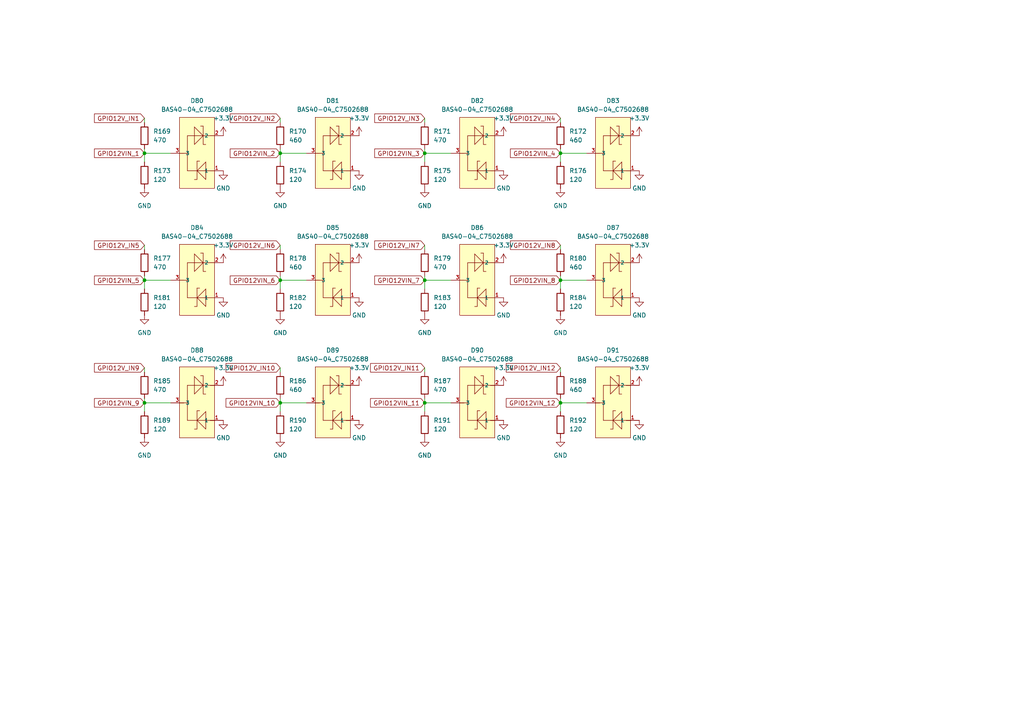
<source format=kicad_sch>
(kicad_sch (version 20250114) (generator "eeschema") (generator_version "9.0")
  (paper "A4")
  (lib_symbols
    (symbol "Device:R" (pin_numbers (hide yes)) (pin_names (offset 0))
      (property "Reference" "R" (at 2.032 0 90))
      (property "Value" "R" (at 0 0 90))
      (symbol "R_0_1"
        (rectangle (start -1.016 -2.54) (end 1.016 2.54) (stroke (width 0.254)))
      )
      (symbol "R_1_1"
        (pin passive line (at 0 3.81 270) (length 1.27) (name "~") (number "1"))
        (pin passive line (at 0 -3.81 90) (length 1.27) (name "~") (number "2"))
      )
    )
    (symbol "PCM_JLCPCB-Diode-Packages:Schottky, BAS40-04_C7502688"
      (property "Reference" "D" (at 0 1.27 0))
      (property "Value" "BAS40-04_C7502688" (at 0 -2.54 0))
      (symbol "Schottky, BAS40-04_C7502688_0_1"
        (rectangle (start -10.16 5.08) (end 10.414 -5.08) (fill (type background)))
        (polyline (pts (xy -7.62 0.762) (xy -7.62 0) (xy -5.08 0) (xy -2.286 0)))
        (polyline (pts (xy -5.08 2.794) (xy -5.08 -5.08)))
        (polyline (pts (xy -5.08 2.794) (xy 5.08 2.794)))
        (polyline (pts (xy -2.54 -2.54) (xy -5.08 0) (xy -7.62 -2.54) (xy -2.54 -2.54)) (fill (type background)))
        (polyline (pts (xy -2.286 0) (xy -2.286 -0.762)))
        (polyline (pts (xy 0 5.08) (xy 0 2.794)))
        (polyline (pts (xy 2.54 -2.54) (xy 2.54 -1.778) (xy 7.874 -1.778)))
        (polyline (pts (xy 5.08 2.794) (xy 5.08 -5.08)))
        (polyline (pts (xy 7.62 0.762) (xy 5.08 -1.778) (xy 2.54 0.762) (xy 7.62 0.762)) (fill (type background)))
        (polyline (pts (xy 7.874 -1.778) (xy 7.874 -1.016)))
        (pin input line (at -5.08 -7.62 90) (length 3.81) (name "1") (number "1"))
        (pin input line (at 0 7.62 270) (length 3.81) (name "3") (number "3"))
        (pin input line (at 5.08 -7.62 90) (length 3.81) (name "2") (number "2"))
      )
    )
    (symbol "power:+3.3V" (power) (pin_numbers (hide yes)) (pin_names (offset 0) (hide yes))
      (property "Value" "+3.3V" (at 0 3.556 0))
      (symbol "+3.3V_0_1"
        (polyline (pts (xy -0.762 1.27) (xy 0 2.54)))
        (polyline (pts (xy 0 2.54) (xy 0.762 1.27)))
        (polyline (pts (xy 0 0) (xy 0 2.54)))
      )
      (symbol "+3.3V_1_1"
        (pin power_in line (at 0 0 90) (length 0) (name "~") (number "1"))
      )
    )
    (symbol "power:GND" (power) (pin_numbers (hide yes)) (pin_names (offset 0) (hide yes))
      (property "Value" "GND" (at 0 -3.81 0))
      (symbol "GND_0_1"
        (polyline (pts (xy 0 0) (xy 0 -1.27) (xy 1.27 -1.27) (xy 0 -2.54) (xy -1.27 -1.27) (xy 0 -1.27)))
      )
      (symbol "GND_1_1"
        (pin power_in line (at 0 0 270) (length 0) (name "~") (number "1"))
      )
    )
  )
  (junction (at 41.91 116.84))
  (junction (at 41.91 81.28))
  (junction (at 162.56 116.84))
  (junction (at 123.19 81.28))
  (junction (at 41.91 44.45))
  (junction (at 81.28 116.84))
  (junction (at 81.28 81.28))
  (junction (at 81.28 44.45))
  (junction (at 162.56 81.28))
  (junction (at 162.56 44.45))
  (junction (at 123.19 44.45))
  (junction (at 123.19 116.84))
  (wire (pts (xy 162.56 43.18) (xy 162.56 44.45)))
  (wire (pts (xy 81.28 44.45) (xy 88.9 44.45)))
  (wire (pts (xy 81.28 81.28) (xy 88.9 81.28)))
  (wire (pts (xy 123.19 35.56) (xy 123.19 34.29)))
  (wire (pts (xy 81.28 44.45) (xy 81.28 46.99)))
  (wire (pts (xy 162.56 44.45) (xy 162.56 46.99)))
  (wire (pts (xy 162.56 115.57) (xy 162.56 116.84)))
  (wire (pts (xy 123.19 116.84) (xy 123.19 119.38)))
  (wire (pts (xy 41.91 44.45) (xy 49.53 44.45)))
  (wire (pts (xy 81.28 80.01) (xy 81.28 81.28)))
  (wire (pts (xy 41.91 116.84) (xy 41.91 119.38)))
  (wire (pts (xy 162.56 81.28) (xy 162.56 83.82)))
  (wire (pts (xy 41.91 44.45) (xy 41.91 46.99)))
  (wire (pts (xy 81.28 116.84) (xy 88.9 116.84)))
  (wire (pts (xy 81.28 72.39) (xy 81.28 71.12)))
  (wire (pts (xy 162.56 72.39) (xy 162.56 71.12)))
  (wire (pts (xy 41.91 81.28) (xy 41.91 83.82)))
  (wire (pts (xy 41.91 35.56) (xy 41.91 34.29)))
  (wire (pts (xy 81.28 81.28) (xy 81.28 83.82)))
  (wire (pts (xy 162.56 80.01) (xy 162.56 81.28)))
  (wire (pts (xy 81.28 35.56) (xy 81.28 34.29)))
  (wire (pts (xy 162.56 81.28) (xy 170.18 81.28)))
  (wire (pts (xy 81.28 43.18) (xy 81.28 44.45)))
  (wire (pts (xy 41.91 107.95) (xy 41.91 106.68)))
  (wire (pts (xy 162.56 107.95) (xy 162.56 106.68)))
  (wire (pts (xy 123.19 43.18) (xy 123.19 44.45)))
  (wire (pts (xy 41.91 43.18) (xy 41.91 44.45)))
  (wire (pts (xy 123.19 44.45) (xy 123.19 46.99)))
  (wire (pts (xy 123.19 107.95) (xy 123.19 106.68)))
  (wire (pts (xy 123.19 44.45) (xy 130.81 44.45)))
  (wire (pts (xy 81.28 107.95) (xy 81.28 106.68)))
  (wire (pts (xy 123.19 115.57) (xy 123.19 116.84)))
  (wire (pts (xy 81.28 116.84) (xy 81.28 119.38)))
  (wire (pts (xy 41.91 72.39) (xy 41.91 71.12)))
  (wire (pts (xy 162.56 35.56) (xy 162.56 34.29)))
  (wire (pts (xy 123.19 80.01) (xy 123.19 81.28)))
  (wire (pts (xy 123.19 72.39) (xy 123.19 71.12)))
  (wire (pts (xy 41.91 80.01) (xy 41.91 81.28)))
  (wire (pts (xy 123.19 116.84) (xy 130.81 116.84)))
  (wire (pts (xy 162.56 116.84) (xy 162.56 119.38)))
  (wire (pts (xy 41.91 81.28) (xy 49.53 81.28)))
  (wire (pts (xy 123.19 81.28) (xy 123.19 83.82)))
  (wire (pts (xy 41.91 115.57) (xy 41.91 116.84)))
  (wire (pts (xy 81.28 115.57) (xy 81.28 116.84)))
  (wire (pts (xy 41.91 116.84) (xy 49.53 116.84)))
  (wire (pts (xy 162.56 116.84) (xy 170.18 116.84)))
  (wire (pts (xy 123.19 81.28) (xy 130.81 81.28)))
  (wire (pts (xy 162.56 44.45) (xy 170.18 44.45)))
  (global_label "GPIO12VIN_4" (shape input) (at 162.56 44.45 180) (property "Intersheetrefs" "${INTERSHEET_REFS}" (effects (hide yes))))
  (global_label "GPIO12V_IN10" (shape input) (at 81.28 106.68 180) (property "Intersheetrefs" "${INTERSHEET_REFS}" (effects (hide yes))))
  (global_label "GPIO12V_IN1" (shape input) (at 41.91 34.29 180) (property "Intersheetrefs" "${INTERSHEET_REFS}" (effects (hide yes))))
  (global_label "GPIO12VIN_7" (shape input) (at 123.19 81.28 180) (property "Intersheetrefs" "${INTERSHEET_REFS}" (effects (hide yes))))
  (global_label "GPIO12V_IN7" (shape input) (at 123.19 71.12 180) (property "Intersheetrefs" "${INTERSHEET_REFS}" (effects (hide yes))))
  (global_label "GPIO12VIN_2" (shape input) (at 81.28 44.45 180) (property "Intersheetrefs" "${INTERSHEET_REFS}" (effects (hide yes))))
  (global_label "GPIO12V_IN11" (shape input) (at 123.19 106.68 180) (property "Intersheetrefs" "${INTERSHEET_REFS}" (effects (hide yes))))
  (global_label "GPIO12VIN_10" (shape input) (at 81.28 116.84 180) (property "Intersheetrefs" "${INTERSHEET_REFS}" (effects (hide yes))))
  (global_label "GPIO12V_IN4" (shape input) (at 162.56 34.29 180) (property "Intersheetrefs" "${INTERSHEET_REFS}" (effects (hide yes))))
  (global_label "GPIO12VIN_12" (shape input) (at 162.56 116.84 180) (property "Intersheetrefs" "${INTERSHEET_REFS}" (effects (hide yes))))
  (global_label "GPIO12V_IN2" (shape input) (at 81.28 34.29 180) (property "Intersheetrefs" "${INTERSHEET_REFS}" (effects (hide yes))))
  (global_label "GPIO12V_IN9" (shape input) (at 41.91 106.68 180) (property "Intersheetrefs" "${INTERSHEET_REFS}" (effects (hide yes))))
  (global_label "GPIO12VIN_8" (shape input) (at 162.56 81.28 180) (property "Intersheetrefs" "${INTERSHEET_REFS}" (effects (hide yes))))
  (global_label "GPIO12VIN_9" (shape input) (at 41.91 116.84 180) (property "Intersheetrefs" "${INTERSHEET_REFS}" (effects (hide yes))))
  (global_label "GPIO12V_IN3" (shape input) (at 123.19 34.29 180) (property "Intersheetrefs" "${INTERSHEET_REFS}" (effects (hide yes))))
  (global_label "GPIO12V_IN5" (shape input) (at 41.91 71.12 180) (property "Intersheetrefs" "${INTERSHEET_REFS}" (effects (hide yes))))
  (global_label "GPIO12V_IN6" (shape input) (at 81.28 71.12 180) (property "Intersheetrefs" "${INTERSHEET_REFS}" (effects (hide yes))))
  (global_label "GPIO12V_IN8" (shape input) (at 162.56 71.12 180) (property "Intersheetrefs" "${INTERSHEET_REFS}" (effects (hide yes))))
  (global_label "GPIO12VIN_11" (shape input) (at 123.19 116.84 180) (property "Intersheetrefs" "${INTERSHEET_REFS}" (effects (hide yes))))
  (global_label "GPIO12VIN_6" (shape input) (at 81.28 81.28 180) (property "Intersheetrefs" "${INTERSHEET_REFS}" (effects (hide yes))))
  (global_label "GPIO12VIN_5" (shape input) (at 41.91 81.28 180) (property "Intersheetrefs" "${INTERSHEET_REFS}" (effects (hide yes))))
  (global_label "GPIO12V_IN12" (shape input) (at 162.56 106.68 180) (property "Intersheetrefs" "${INTERSHEET_REFS}" (effects (hide yes))))
  (global_label "GPIO12VIN_1" (shape input) (at 41.91 44.45 180) (property "Intersheetrefs" "${INTERSHEET_REFS}" (effects (hide yes))))
  (global_label "GPIO12VIN_3" (shape input) (at 123.19 44.45 180) (property "Intersheetrefs" "${INTERSHEET_REFS}" (effects (hide yes))))
  (symbol (lib_id "Device:R") (at 81.28 39.37 180) (unit 1)
    (property "Reference" "R170" (at 83.82 38.0999 0) (effects (justify right)))
    (property "Value" "460" (at 83.82 40.6399 0) (effects (justify right)))
    (property "Footprint" "Resistor_SMD:R_0402_1005Metric" (effects (hide yes)))
    (property "Description" "Resistor" (effects (hide yes)))
  )
  (symbol (lib_id "Device:R") (at 81.28 76.2 180) (unit 1)
    (property "Reference" "R178" (at 83.82 74.9299 0) (effects (justify right)))
    (property "Value" "460" (at 83.82 77.4699 0) (effects (justify right)))
    (property "Footprint" "Resistor_SMD:R_0402_1005Metric" (effects (hide yes)))
    (property "Description" "Resistor" (effects (hide yes)))
  )
  (symbol (lib_id "power:+3.3V") (at 104.14 39.37 0) (unit 1)
    (property "Reference" "#PWR0409" (effects (hide yes)))
    (property "Value" "+3.3V" (at 104.14 34.29 0))
    (property "Description" "Power symbol creates a global label with name \"+3.3V\"" (effects (hide yes)))
  )
  (symbol (lib_id "power:GND") (at 123.19 127 0) (unit 1)
    (property "Reference" "#PWR0442" (effects (hide yes)))
    (property "Value" "GND" (at 123.19 132.08 0))
    (property "Description" "Power symbol creates a global label with name \"GND\" , ground" (effects (hide yes)))
  )
  (symbol (lib_id "power:GND") (at 162.56 127 0) (unit 1)
    (property "Reference" "#PWR0443" (effects (hide yes)))
    (property "Value" "GND" (at 162.56 132.08 0))
    (property "Description" "Power symbol creates a global label with name \"GND\" , ground" (effects (hide yes)))
  )
  (symbol (lib_id "power:+3.3V") (at 185.42 111.76 0) (unit 1)
    (property "Reference" "#PWR0435" (effects (hide yes)))
    (property "Value" "+3.3V" (at 185.42 106.68 0))
    (property "Description" "Power symbol creates a global label with name \"+3.3V\"" (effects (hide yes)))
  )
  (symbol (lib_id "power:+3.3V") (at 146.05 39.37 0) (unit 1)
    (property "Reference" "#PWR0410" (effects (hide yes)))
    (property "Value" "+3.3V" (at 146.05 34.29 0))
    (property "Description" "Power symbol creates a global label with name \"+3.3V\"" (effects (hide yes)))
  )
  (symbol (lib_id "power:GND") (at 123.19 91.44 0) (unit 1)
    (property "Reference" "#PWR0430" (effects (hide yes)))
    (property "Value" "GND" (at 123.19 96.52 0))
    (property "Description" "Power symbol creates a global label with name \"GND\" , ground" (effects (hide yes)))
  )
  (symbol (lib_id "power:GND") (at 104.14 49.53 0) (unit 1)
    (property "Reference" "#PWR0413" (effects (hide yes)))
    (property "Value" "GND" (at 104.14 54.61 0))
    (property "Description" "Power symbol creates a global label with name \"GND\" , ground" (effects (hide yes)))
  )
  (symbol (lib_id "Device:R") (at 41.91 111.76 180) (unit 1)
    (property "Reference" "R185" (at 44.45 110.4899 0) (effects (justify right)))
    (property "Value" "470" (at 44.45 113.0299 0) (effects (justify right)))
    (property "Footprint" "Resistor_SMD:R_0402_1005Metric" (effects (hide yes)))
    (property "Description" "Resistor" (effects (hide yes)))
  )
  (symbol (lib_id "power:GND") (at 162.56 54.61 0) (unit 1)
    (property "Reference" "#PWR0419" (effects (hide yes)))
    (property "Value" "GND" (at 162.56 59.69 0))
    (property "Description" "Power symbol creates a global label with name \"GND\" , ground" (effects (hide yes)))
  )
  (symbol (lib_id "power:GND") (at 185.42 49.53 0) (unit 1)
    (property "Reference" "#PWR0415" (effects (hide yes)))
    (property "Value" "GND" (at 185.42 54.61 0))
    (property "Description" "Power symbol creates a global label with name \"GND\" , ground" (effects (hide yes)))
  )
  (symbol (lib_id "power:+3.3V") (at 64.77 111.76 0) (unit 1)
    (property "Reference" "#PWR0432" (effects (hide yes)))
    (property "Value" "+3.3V" (at 64.77 106.68 0))
    (property "Description" "Power symbol creates a global label with name \"+3.3V\"" (effects (hide yes)))
  )
  (symbol (lib_id "Device:R") (at 123.19 39.37 180) (unit 1)
    (property "Reference" "R171" (at 125.73 38.0999 0) (effects (justify right)))
    (property "Value" "470" (at 125.73 40.6399 0) (effects (justify right)))
    (property "Footprint" "Resistor_SMD:R_0402_1005Metric" (effects (hide yes)))
    (property "Description" "Resistor" (effects (hide yes)))
  )
  (symbol (lib_id "Device:R") (at 123.19 76.2 180) (unit 1)
    (property "Reference" "R179" (at 125.73 74.9299 0) (effects (justify right)))
    (property "Value" "470" (at 125.73 77.4699 0) (effects (justify right)))
    (property "Footprint" "Resistor_SMD:R_0402_1005Metric" (effects (hide yes)))
    (property "Description" "Resistor" (effects (hide yes)))
  )
  (symbol (lib_id "power:GND") (at 81.28 54.61 0) (unit 1)
    (property "Reference" "#PWR0417" (effects (hide yes)))
    (property "Value" "GND" (at 81.28 59.69 0))
    (property "Description" "Power symbol creates a global label with name \"GND\" , ground" (effects (hide yes)))
  )
  (symbol (lib_id "power:GND") (at 41.91 91.44 0) (unit 1)
    (property "Reference" "#PWR0428" (effects (hide yes)))
    (property "Value" "GND" (at 41.91 96.52 0))
    (property "Description" "Power symbol creates a global label with name \"GND\" , ground" (effects (hide yes)))
  )
  (symbol (lib_id "Device:R") (at 41.91 123.19 180) (unit 1)
    (property "Reference" "R189" (at 44.45 121.9199 0) (effects (justify right)))
    (property "Value" "120" (at 44.45 124.4599 0) (effects (justify right)))
    (property "Footprint" "Resistor_SMD:R_0402_1005Metric" (effects (hide yes)))
    (property "Description" "Resistor" (effects (hide yes)))
  )
  (symbol (lib_id "power:GND") (at 41.91 54.61 0) (unit 1)
    (property "Reference" "#PWR0416" (effects (hide yes)))
    (property "Value" "GND" (at 41.91 59.69 0))
    (property "Description" "Power symbol creates a global label with name \"GND\" , ground" (effects (hide yes)))
  )
  (symbol (lib_id "PCM_JLCPCB-Diode-Packages:Schottky, BAS40-04_C7502688") (at 57.15 116.84 90) (unit 1)
    (property "Reference" "D88" (at 57.15 101.6 90))
    (property "Value" "BAS40-04_C7502688" (at 57.15 104.14 90))
    (property "Footprint" "PCM_JLCPCB:SOT-23-3_L2.9-W1.3-P1.90-LS2.4-BL-1" (effects (hide yes)))
    (property "Datasheet" "https://wmsc.lcsc.com/wmsc/upload/file/pdf/v2/lcsc/2402010330_hongjiacheng-BAS40-04_C7502688.pdf" (effects (hide yes)))
    (property "Description" "40V Independent Type 200mA 1V@40mA SOT-23 Schottky Diodes ROHS" (effects (hide yes)))
    (property "LCSC" "C7502688" (effects (hide yes)))
    (property "Stock" "39639" (effects (hide yes)))
    (property "Price" "0.020USD" (effects (hide yes)))
    (property "Process" "SMT" (effects (hide yes)))
    (property "Minimum Qty" "10" (effects (hide yes)))
    (property "Attrition Qty" "4" (effects (hide yes)))
    (property "Class" "Preferred Component" (effects (hide yes)))
    (property "Category" "Diodes,Schottky Barrier Diodes (SBD)" (effects (hide yes)))
    (property "Manufacturer" "hongjiacheng" (effects (hide yes)))
    (property "Part" "BAS40-04" (effects (hide yes)))
  )
  (symbol (lib_id "power:+3.3V") (at 185.42 39.37 0) (unit 1)
    (property "Reference" "#PWR0411" (effects (hide yes)))
    (property "Value" "+3.3V" (at 185.42 34.29 0))
    (property "Description" "Power symbol creates a global label with name \"+3.3V\"" (effects (hide yes)))
  )
  (symbol (lib_id "PCM_JLCPCB-Diode-Packages:Schottky, BAS40-04_C7502688") (at 138.43 116.84 90) (unit 1)
    (property "Reference" "D90" (at 138.43 101.6 90))
    (property "Value" "BAS40-04_C7502688" (at 138.43 104.14 90))
    (property "Footprint" "PCM_JLCPCB:SOT-23-3_L2.9-W1.3-P1.90-LS2.4-BL-1" (effects (hide yes)))
    (property "Datasheet" "https://wmsc.lcsc.com/wmsc/upload/file/pdf/v2/lcsc/2402010330_hongjiacheng-BAS40-04_C7502688.pdf" (effects (hide yes)))
    (property "Description" "40V Independent Type 200mA 1V@40mA SOT-23 Schottky Diodes ROHS" (effects (hide yes)))
    (property "LCSC" "C7502688" (effects (hide yes)))
    (property "Stock" "39639" (effects (hide yes)))
    (property "Price" "0.020USD" (effects (hide yes)))
    (property "Process" "SMT" (effects (hide yes)))
    (property "Minimum Qty" "10" (effects (hide yes)))
    (property "Attrition Qty" "4" (effects (hide yes)))
    (property "Class" "Preferred Component" (effects (hide yes)))
    (property "Category" "Diodes,Schottky Barrier Diodes (SBD)" (effects (hide yes)))
    (property "Manufacturer" "hongjiacheng" (effects (hide yes)))
    (property "Part" "BAS40-04" (effects (hide yes)))
  )
  (symbol (lib_id "Device:R") (at 162.56 39.37 180) (unit 1)
    (property "Reference" "R172" (at 165.1 38.0999 0) (effects (justify right)))
    (property "Value" "460" (at 165.1 40.6399 0) (effects (justify right)))
    (property "Footprint" "Resistor_SMD:R_0402_1005Metric" (effects (hide yes)))
    (property "Description" "Resistor" (effects (hide yes)))
  )
  (symbol (lib_id "Device:R") (at 41.91 87.63 180) (unit 1)
    (property "Reference" "R181" (at 44.45 86.3599 0) (effects (justify right)))
    (property "Value" "120" (at 44.45 88.8999 0) (effects (justify right)))
    (property "Footprint" "Resistor_SMD:R_0402_1005Metric" (effects (hide yes)))
    (property "Description" "Resistor" (effects (hide yes)))
  )
  (symbol (lib_id "Device:R") (at 41.91 50.8 180) (unit 1)
    (property "Reference" "R173" (at 44.45 49.5299 0) (effects (justify right)))
    (property "Value" "120" (at 44.45 52.0699 0) (effects (justify right)))
    (property "Footprint" "Resistor_SMD:R_0402_1005Metric" (effects (hide yes)))
    (property "Description" "Resistor" (effects (hide yes)))
  )
  (symbol (lib_id "Device:R") (at 81.28 111.76 180) (unit 1)
    (property "Reference" "R186" (at 83.82 110.4899 0) (effects (justify right)))
    (property "Value" "460" (at 83.82 113.0299 0) (effects (justify right)))
    (property "Footprint" "Resistor_SMD:R_0402_1005Metric" (effects (hide yes)))
    (property "Description" "Resistor" (effects (hide yes)))
  )
  (symbol (lib_id "PCM_JLCPCB-Diode-Packages:Schottky, BAS40-04_C7502688") (at 138.43 81.28 90) (unit 1)
    (property "Reference" "D86" (at 138.43 66.04 90))
    (property "Value" "BAS40-04_C7502688" (at 138.43 68.58 90))
    (property "Footprint" "PCM_JLCPCB:SOT-23-3_L2.9-W1.3-P1.90-LS2.4-BL-1" (effects (hide yes)))
    (property "Datasheet" "https://wmsc.lcsc.com/wmsc/upload/file/pdf/v2/lcsc/2402010330_hongjiacheng-BAS40-04_C7502688.pdf" (effects (hide yes)))
    (property "Description" "40V Independent Type 200mA 1V@40mA SOT-23 Schottky Diodes ROHS" (effects (hide yes)))
    (property "LCSC" "C7502688" (effects (hide yes)))
    (property "Stock" "39639" (effects (hide yes)))
    (property "Price" "0.020USD" (effects (hide yes)))
    (property "Process" "SMT" (effects (hide yes)))
    (property "Minimum Qty" "10" (effects (hide yes)))
    (property "Attrition Qty" "4" (effects (hide yes)))
    (property "Class" "Preferred Component" (effects (hide yes)))
    (property "Category" "Diodes,Schottky Barrier Diodes (SBD)" (effects (hide yes)))
    (property "Manufacturer" "hongjiacheng" (effects (hide yes)))
    (property "Part" "BAS40-04" (effects (hide yes)))
  )
  (symbol (lib_id "power:+3.3V") (at 185.42 76.2 0) (unit 1)
    (property "Reference" "#PWR0423" (effects (hide yes)))
    (property "Value" "+3.3V" (at 185.42 71.12 0))
    (property "Description" "Power symbol creates a global label with name \"+3.3V\"" (effects (hide yes)))
  )
  (symbol (lib_id "power:GND") (at 64.77 86.36 0) (unit 1)
    (property "Reference" "#PWR0424" (effects (hide yes)))
    (property "Value" "GND" (at 64.77 91.44 0))
    (property "Description" "Power symbol creates a global label with name \"GND\" , ground" (effects (hide yes)))
  )
  (symbol (lib_id "PCM_JLCPCB-Diode-Packages:Schottky, BAS40-04_C7502688") (at 177.8 44.45 90) (unit 1)
    (property "Reference" "D83" (at 177.8 29.21 90))
    (property "Value" "BAS40-04_C7502688" (at 177.8 31.75 90))
    (property "Footprint" "PCM_JLCPCB:SOT-23-3_L2.9-W1.3-P1.90-LS2.4-BL-1" (effects (hide yes)))
    (property "Datasheet" "https://wmsc.lcsc.com/wmsc/upload/file/pdf/v2/lcsc/2402010330_hongjiacheng-BAS40-04_C7502688.pdf" (effects (hide yes)))
    (property "Description" "40V Independent Type 200mA 1V@40mA SOT-23 Schottky Diodes ROHS" (effects (hide yes)))
    (property "LCSC" "C7502688" (effects (hide yes)))
    (property "Stock" "39639" (effects (hide yes)))
    (property "Price" "0.020USD" (effects (hide yes)))
    (property "Process" "SMT" (effects (hide yes)))
    (property "Minimum Qty" "10" (effects (hide yes)))
    (property "Attrition Qty" "4" (effects (hide yes)))
    (property "Class" "Preferred Component" (effects (hide yes)))
    (property "Category" "Diodes,Schottky Barrier Diodes (SBD)" (effects (hide yes)))
    (property "Manufacturer" "hongjiacheng" (effects (hide yes)))
    (property "Part" "BAS40-04" (effects (hide yes)))
  )
  (symbol (lib_id "power:+3.3V") (at 104.14 111.76 0) (unit 1)
    (property "Reference" "#PWR0433" (effects (hide yes)))
    (property "Value" "+3.3V" (at 104.14 106.68 0))
    (property "Description" "Power symbol creates a global label with name \"+3.3V\"" (effects (hide yes)))
  )
  (symbol (lib_id "Device:R") (at 162.56 123.19 180) (unit 1)
    (property "Reference" "R192" (at 165.1 121.9199 0) (effects (justify right)))
    (property "Value" "120" (at 165.1 124.4599 0) (effects (justify right)))
    (property "Footprint" "Resistor_SMD:R_0402_1005Metric" (effects (hide yes)))
    (property "Description" "Resistor" (effects (hide yes)))
  )
  (symbol (lib_id "Device:R") (at 162.56 50.8 180) (unit 1)
    (property "Reference" "R176" (at 165.1 49.5299 0) (effects (justify right)))
    (property "Value" "120" (at 165.1 52.0699 0) (effects (justify right)))
    (property "Footprint" "Resistor_SMD:R_0402_1005Metric" (effects (hide yes)))
    (property "Description" "Resistor" (effects (hide yes)))
  )
  (symbol (lib_id "power:+3.3V") (at 64.77 76.2 0) (unit 1)
    (property "Reference" "#PWR0420" (effects (hide yes)))
    (property "Value" "+3.3V" (at 64.77 71.12 0))
    (property "Description" "Power symbol creates a global label with name \"+3.3V\"" (effects (hide yes)))
  )
  (symbol (lib_id "power:+3.3V") (at 64.77 39.37 0) (unit 1)
    (property "Reference" "#PWR0408" (effects (hide yes)))
    (property "Value" "+3.3V" (at 64.77 34.29 0))
    (property "Description" "Power symbol creates a global label with name \"+3.3V\"" (effects (hide yes)))
  )
  (symbol (lib_id "PCM_JLCPCB-Diode-Packages:Schottky, BAS40-04_C7502688") (at 57.15 44.45 90) (unit 1)
    (property "Reference" "D80" (at 57.15 29.21 90))
    (property "Value" "BAS40-04_C7502688" (at 57.15 31.75 90))
    (property "Footprint" "PCM_JLCPCB:SOT-23-3_L2.9-W1.3-P1.90-LS2.4-BL-1" (effects (hide yes)))
    (property "Datasheet" "https://wmsc.lcsc.com/wmsc/upload/file/pdf/v2/lcsc/2402010330_hongjiacheng-BAS40-04_C7502688.pdf" (effects (hide yes)))
    (property "Description" "40V Independent Type 200mA 1V@40mA SOT-23 Schottky Diodes ROHS" (effects (hide yes)))
    (property "LCSC" "C7502688" (effects (hide yes)))
    (property "Stock" "39639" (effects (hide yes)))
    (property "Price" "0.020USD" (effects (hide yes)))
    (property "Process" "SMT" (effects (hide yes)))
    (property "Minimum Qty" "10" (effects (hide yes)))
    (property "Attrition Qty" "4" (effects (hide yes)))
    (property "Class" "Preferred Component" (effects (hide yes)))
    (property "Category" "Diodes,Schottky Barrier Diodes (SBD)" (effects (hide yes)))
    (property "Manufacturer" "hongjiacheng" (effects (hide yes)))
    (property "Part" "BAS40-04" (effects (hide yes)))
  )
  (symbol (lib_id "Device:R") (at 123.19 111.76 180) (unit 1)
    (property "Reference" "R187" (at 125.73 110.4899 0) (effects (justify right)))
    (property "Value" "470" (at 125.73 113.0299 0) (effects (justify right)))
    (property "Footprint" "Resistor_SMD:R_0402_1005Metric" (effects (hide yes)))
    (property "Description" "Resistor" (effects (hide yes)))
  )
  (symbol (lib_id "power:GND") (at 41.91 127 0) (unit 1)
    (property "Reference" "#PWR0440" (effects (hide yes)))
    (property "Value" "GND" (at 41.91 132.08 0))
    (property "Description" "Power symbol creates a global label with name \"GND\" , ground" (effects (hide yes)))
  )
  (symbol (lib_id "power:GND") (at 104.14 86.36 0) (unit 1)
    (property "Reference" "#PWR0425" (effects (hide yes)))
    (property "Value" "GND" (at 104.14 91.44 0))
    (property "Description" "Power symbol creates a global label with name \"GND\" , ground" (effects (hide yes)))
  )
  (symbol (lib_id "Device:R") (at 123.19 87.63 180) (unit 1)
    (property "Reference" "R183" (at 125.73 86.3599 0) (effects (justify right)))
    (property "Value" "120" (at 125.73 88.8999 0) (effects (justify right)))
    (property "Footprint" "Resistor_SMD:R_0402_1005Metric" (effects (hide yes)))
    (property "Description" "Resistor" (effects (hide yes)))
  )
  (symbol (lib_id "power:GND") (at 185.42 86.36 0) (unit 1)
    (property "Reference" "#PWR0427" (effects (hide yes)))
    (property "Value" "GND" (at 185.42 91.44 0))
    (property "Description" "Power symbol creates a global label with name \"GND\" , ground" (effects (hide yes)))
  )
  (symbol (lib_id "PCM_JLCPCB-Diode-Packages:Schottky, BAS40-04_C7502688") (at 96.52 81.28 90) (unit 1)
    (property "Reference" "D85" (at 96.52 66.04 90))
    (property "Value" "BAS40-04_C7502688" (at 96.52 68.58 90))
    (property "Footprint" "PCM_JLCPCB:SOT-23-3_L2.9-W1.3-P1.90-LS2.4-BL-1" (effects (hide yes)))
    (property "Datasheet" "https://wmsc.lcsc.com/wmsc/upload/file/pdf/v2/lcsc/2402010330_hongjiacheng-BAS40-04_C7502688.pdf" (effects (hide yes)))
    (property "Description" "40V Independent Type 200mA 1V@40mA SOT-23 Schottky Diodes ROHS" (effects (hide yes)))
    (property "LCSC" "C7502688" (effects (hide yes)))
    (property "Stock" "39639" (effects (hide yes)))
    (property "Price" "0.020USD" (effects (hide yes)))
    (property "Process" "SMT" (effects (hide yes)))
    (property "Minimum Qty" "10" (effects (hide yes)))
    (property "Attrition Qty" "4" (effects (hide yes)))
    (property "Class" "Preferred Component" (effects (hide yes)))
    (property "Category" "Diodes,Schottky Barrier Diodes (SBD)" (effects (hide yes)))
    (property "Manufacturer" "hongjiacheng" (effects (hide yes)))
    (property "Part" "BAS40-04" (effects (hide yes)))
  )
  (symbol (lib_id "Device:R") (at 41.91 39.37 180) (unit 1)
    (property "Reference" "R169" (at 44.45 38.0999 0) (effects (justify right)))
    (property "Value" "470" (at 44.45 40.6399 0) (effects (justify right)))
    (property "Footprint" "Resistor_SMD:R_0402_1005Metric" (effects (hide yes)))
    (property "Description" "Resistor" (effects (hide yes)))
  )
  (symbol (lib_id "power:GND") (at 123.19 54.61 0) (unit 1)
    (property "Reference" "#PWR0418" (effects (hide yes)))
    (property "Value" "GND" (at 123.19 59.69 0))
    (property "Description" "Power symbol creates a global label with name \"GND\" , ground" (effects (hide yes)))
  )
  (symbol (lib_id "Device:R") (at 81.28 123.19 180) (unit 1)
    (property "Reference" "R190" (at 83.82 121.9199 0) (effects (justify right)))
    (property "Value" "120" (at 83.82 124.4599 0) (effects (justify right)))
    (property "Footprint" "Resistor_SMD:R_0402_1005Metric" (effects (hide yes)))
    (property "Description" "Resistor" (effects (hide yes)))
  )
  (symbol (lib_id "power:GND") (at 162.56 91.44 0) (unit 1)
    (property "Reference" "#PWR0431" (effects (hide yes)))
    (property "Value" "GND" (at 162.56 96.52 0))
    (property "Description" "Power symbol creates a global label with name \"GND\" , ground" (effects (hide yes)))
  )
  (symbol (lib_id "PCM_JLCPCB-Diode-Packages:Schottky, BAS40-04_C7502688") (at 138.43 44.45 90) (unit 1)
    (property "Reference" "D82" (at 138.43 29.21 90))
    (property "Value" "BAS40-04_C7502688" (at 138.43 31.75 90))
    (property "Footprint" "PCM_JLCPCB:SOT-23-3_L2.9-W1.3-P1.90-LS2.4-BL-1" (effects (hide yes)))
    (property "Datasheet" "https://wmsc.lcsc.com/wmsc/upload/file/pdf/v2/lcsc/2402010330_hongjiacheng-BAS40-04_C7502688.pdf" (effects (hide yes)))
    (property "Description" "40V Independent Type 200mA 1V@40mA SOT-23 Schottky Diodes ROHS" (effects (hide yes)))
    (property "LCSC" "C7502688" (effects (hide yes)))
    (property "Stock" "39639" (effects (hide yes)))
    (property "Price" "0.020USD" (effects (hide yes)))
    (property "Process" "SMT" (effects (hide yes)))
    (property "Minimum Qty" "10" (effects (hide yes)))
    (property "Attrition Qty" "4" (effects (hide yes)))
    (property "Class" "Preferred Component" (effects (hide yes)))
    (property "Category" "Diodes,Schottky Barrier Diodes (SBD)" (effects (hide yes)))
    (property "Manufacturer" "hongjiacheng" (effects (hide yes)))
    (property "Part" "BAS40-04" (effects (hide yes)))
  )
  (symbol (lib_id "power:GND") (at 64.77 49.53 0) (unit 1)
    (property "Reference" "#PWR0412" (effects (hide yes)))
    (property "Value" "GND" (at 64.77 54.61 0))
    (property "Description" "Power symbol creates a global label with name \"GND\" , ground" (effects (hide yes)))
  )
  (symbol (lib_id "Device:R") (at 162.56 111.76 180) (unit 1)
    (property "Reference" "R188" (at 165.1 110.4899 0) (effects (justify right)))
    (property "Value" "460" (at 165.1 113.0299 0) (effects (justify right)))
    (property "Footprint" "Resistor_SMD:R_0402_1005Metric" (effects (hide yes)))
    (property "Description" "Resistor" (effects (hide yes)))
  )
  (symbol (lib_id "PCM_JLCPCB-Diode-Packages:Schottky, BAS40-04_C7502688") (at 177.8 81.28 90) (unit 1)
    (property "Reference" "D87" (at 177.8 66.04 90))
    (property "Value" "BAS40-04_C7502688" (at 177.8 68.58 90))
    (property "Footprint" "PCM_JLCPCB:SOT-23-3_L2.9-W1.3-P1.90-LS2.4-BL-1" (effects (hide yes)))
    (property "Datasheet" "https://wmsc.lcsc.com/wmsc/upload/file/pdf/v2/lcsc/2402010330_hongjiacheng-BAS40-04_C7502688.pdf" (effects (hide yes)))
    (property "Description" "40V Independent Type 200mA 1V@40mA SOT-23 Schottky Diodes ROHS" (effects (hide yes)))
    (property "LCSC" "C7502688" (effects (hide yes)))
    (property "Stock" "39639" (effects (hide yes)))
    (property "Price" "0.020USD" (effects (hide yes)))
    (property "Process" "SMT" (effects (hide yes)))
    (property "Minimum Qty" "10" (effects (hide yes)))
    (property "Attrition Qty" "4" (effects (hide yes)))
    (property "Class" "Preferred Component" (effects (hide yes)))
    (property "Category" "Diodes,Schottky Barrier Diodes (SBD)" (effects (hide yes)))
    (property "Manufacturer" "hongjiacheng" (effects (hide yes)))
    (property "Part" "BAS40-04" (effects (hide yes)))
  )
  (symbol (lib_id "power:GND") (at 185.42 121.92 0) (unit 1)
    (property "Reference" "#PWR0439" (effects (hide yes)))
    (property "Value" "GND" (at 185.42 127 0))
    (property "Description" "Power symbol creates a global label with name \"GND\" , ground" (effects (hide yes)))
  )
  (symbol (lib_id "power:GND") (at 81.28 91.44 0) (unit 1)
    (property "Reference" "#PWR0429" (effects (hide yes)))
    (property "Value" "GND" (at 81.28 96.52 0))
    (property "Description" "Power symbol creates a global label with name \"GND\" , ground" (effects (hide yes)))
  )
  (symbol (lib_id "Device:R") (at 81.28 50.8 180) (unit 1)
    (property "Reference" "R174" (at 83.82 49.5299 0) (effects (justify right)))
    (property "Value" "120" (at 83.82 52.0699 0) (effects (justify right)))
    (property "Footprint" "Resistor_SMD:R_0402_1005Metric" (effects (hide yes)))
    (property "Description" "Resistor" (effects (hide yes)))
  )
  (symbol (lib_id "PCM_JLCPCB-Diode-Packages:Schottky, BAS40-04_C7502688") (at 96.52 116.84 90) (unit 1)
    (property "Reference" "D89" (at 96.52 101.6 90))
    (property "Value" "BAS40-04_C7502688" (at 96.52 104.14 90))
    (property "Footprint" "PCM_JLCPCB:SOT-23-3_L2.9-W1.3-P1.90-LS2.4-BL-1" (effects (hide yes)))
    (property "Datasheet" "https://wmsc.lcsc.com/wmsc/upload/file/pdf/v2/lcsc/2402010330_hongjiacheng-BAS40-04_C7502688.pdf" (effects (hide yes)))
    (property "Description" "40V Independent Type 200mA 1V@40mA SOT-23 Schottky Diodes ROHS" (effects (hide yes)))
    (property "LCSC" "C7502688" (effects (hide yes)))
    (property "Stock" "39639" (effects (hide yes)))
    (property "Price" "0.020USD" (effects (hide yes)))
    (property "Process" "SMT" (effects (hide yes)))
    (property "Minimum Qty" "10" (effects (hide yes)))
    (property "Attrition Qty" "4" (effects (hide yes)))
    (property "Class" "Preferred Component" (effects (hide yes)))
    (property "Category" "Diodes,Schottky Barrier Diodes (SBD)" (effects (hide yes)))
    (property "Manufacturer" "hongjiacheng" (effects (hide yes)))
    (property "Part" "BAS40-04" (effects (hide yes)))
  )
  (symbol (lib_id "Device:R") (at 162.56 87.63 180) (unit 1)
    (property "Reference" "R184" (at 165.1 86.3599 0) (effects (justify right)))
    (property "Value" "120" (at 165.1 88.8999 0) (effects (justify right)))
    (property "Footprint" "Resistor_SMD:R_0402_1005Metric" (effects (hide yes)))
    (property "Description" "Resistor" (effects (hide yes)))
  )
  (symbol (lib_id "Device:R") (at 81.28 87.63 180) (unit 1)
    (property "Reference" "R182" (at 83.82 86.3599 0) (effects (justify right)))
    (property "Value" "120" (at 83.82 88.8999 0) (effects (justify right)))
    (property "Footprint" "Resistor_SMD:R_0402_1005Metric" (effects (hide yes)))
    (property "Description" "Resistor" (effects (hide yes)))
  )
  (symbol (lib_id "Device:R") (at 41.91 76.2 180) (unit 1)
    (property "Reference" "R177" (at 44.45 74.9299 0) (effects (justify right)))
    (property "Value" "470" (at 44.45 77.4699 0) (effects (justify right)))
    (property "Footprint" "Resistor_SMD:R_0402_1005Metric" (effects (hide yes)))
    (property "Description" "Resistor" (effects (hide yes)))
  )
  (symbol (lib_id "Device:R") (at 123.19 50.8 180) (unit 1)
    (property "Reference" "R175" (at 125.73 49.5299 0) (effects (justify right)))
    (property "Value" "120" (at 125.73 52.0699 0) (effects (justify right)))
    (property "Footprint" "Resistor_SMD:R_0402_1005Metric" (effects (hide yes)))
    (property "Description" "Resistor" (effects (hide yes)))
  )
  (symbol (lib_id "power:GND") (at 146.05 49.53 0) (unit 1)
    (property "Reference" "#PWR0414" (effects (hide yes)))
    (property "Value" "GND" (at 146.05 54.61 0))
    (property "Description" "Power symbol creates a global label with name \"GND\" , ground" (effects (hide yes)))
  )
  (symbol (lib_id "PCM_JLCPCB-Diode-Packages:Schottky, BAS40-04_C7502688") (at 57.15 81.28 90) (unit 1)
    (property "Reference" "D84" (at 57.15 66.04 90))
    (property "Value" "BAS40-04_C7502688" (at 57.15 68.58 90))
    (property "Footprint" "PCM_JLCPCB:SOT-23-3_L2.9-W1.3-P1.90-LS2.4-BL-1" (effects (hide yes)))
    (property "Datasheet" "https://wmsc.lcsc.com/wmsc/upload/file/pdf/v2/lcsc/2402010330_hongjiacheng-BAS40-04_C7502688.pdf" (effects (hide yes)))
    (property "Description" "40V Independent Type 200mA 1V@40mA SOT-23 Schottky Diodes ROHS" (effects (hide yes)))
    (property "LCSC" "C7502688" (effects (hide yes)))
    (property "Stock" "39639" (effects (hide yes)))
    (property "Price" "0.020USD" (effects (hide yes)))
    (property "Process" "SMT" (effects (hide yes)))
    (property "Minimum Qty" "10" (effects (hide yes)))
    (property "Attrition Qty" "4" (effects (hide yes)))
    (property "Class" "Preferred Component" (effects (hide yes)))
    (property "Category" "Diodes,Schottky Barrier Diodes (SBD)" (effects (hide yes)))
    (property "Manufacturer" "hongjiacheng" (effects (hide yes)))
    (property "Part" "BAS40-04" (effects (hide yes)))
  )
  (symbol (lib_id "power:GND") (at 81.28 127 0) (unit 1)
    (property "Reference" "#PWR0441" (effects (hide yes)))
    (property "Value" "GND" (at 81.28 132.08 0))
    (property "Description" "Power symbol creates a global label with name \"GND\" , ground" (effects (hide yes)))
  )
  (symbol (lib_id "power:GND") (at 104.14 121.92 0) (unit 1)
    (property "Reference" "#PWR0437" (effects (hide yes)))
    (property "Value" "GND" (at 104.14 127 0))
    (property "Description" "Power symbol creates a global label with name \"GND\" , ground" (effects (hide yes)))
  )
  (symbol (lib_id "power:+3.3V") (at 146.05 76.2 0) (unit 1)
    (property "Reference" "#PWR0422" (effects (hide yes)))
    (property "Value" "+3.3V" (at 146.05 71.12 0))
    (property "Description" "Power symbol creates a global label with name \"+3.3V\"" (effects (hide yes)))
  )
  (symbol (lib_id "PCM_JLCPCB-Diode-Packages:Schottky, BAS40-04_C7502688") (at 96.52 44.45 90) (unit 1)
    (property "Reference" "D81" (at 96.52 29.21 90))
    (property "Value" "BAS40-04_C7502688" (at 96.52 31.75 90))
    (property "Footprint" "PCM_JLCPCB:SOT-23-3_L2.9-W1.3-P1.90-LS2.4-BL-1" (effects (hide yes)))
    (property "Datasheet" "https://wmsc.lcsc.com/wmsc/upload/file/pdf/v2/lcsc/2402010330_hongjiacheng-BAS40-04_C7502688.pdf" (effects (hide yes)))
    (property "Description" "40V Independent Type 200mA 1V@40mA SOT-23 Schottky Diodes ROHS" (effects (hide yes)))
    (property "LCSC" "C7502688" (effects (hide yes)))
    (property "Stock" "39639" (effects (hide yes)))
    (property "Price" "0.020USD" (effects (hide yes)))
    (property "Process" "SMT" (effects (hide yes)))
    (property "Minimum Qty" "10" (effects (hide yes)))
    (property "Attrition Qty" "4" (effects (hide yes)))
    (property "Class" "Preferred Component" (effects (hide yes)))
    (property "Category" "Diodes,Schottky Barrier Diodes (SBD)" (effects (hide yes)))
    (property "Manufacturer" "hongjiacheng" (effects (hide yes)))
    (property "Part" "BAS40-04" (effects (hide yes)))
  )
  (symbol (lib_id "Device:R") (at 162.56 76.2 180) (unit 1)
    (property "Reference" "R180" (at 165.1 74.9299 0) (effects (justify right)))
    (property "Value" "460" (at 165.1 77.4699 0) (effects (justify right)))
    (property "Footprint" "Resistor_SMD:R_0402_1005Metric" (effects (hide yes)))
    (property "Description" "Resistor" (effects (hide yes)))
  )
  (symbol (lib_id "power:GND") (at 146.05 86.36 0) (unit 1)
    (property "Reference" "#PWR0426" (effects (hide yes)))
    (property "Value" "GND" (at 146.05 91.44 0))
    (property "Description" "Power symbol creates a global label with name \"GND\" , ground" (effects (hide yes)))
  )
  (symbol (lib_id "power:GND") (at 64.77 121.92 0) (unit 1)
    (property "Reference" "#PWR0436" (effects (hide yes)))
    (property "Value" "GND" (at 64.77 127 0))
    (property "Description" "Power symbol creates a global label with name \"GND\" , ground" (effects (hide yes)))
  )
  (symbol (lib_id "power:+3.3V") (at 104.14 76.2 0) (unit 1)
    (property "Reference" "#PWR0421" (effects (hide yes)))
    (property "Value" "+3.3V" (at 104.14 71.12 0))
    (property "Description" "Power symbol creates a global label with name \"+3.3V\"" (effects (hide yes)))
  )
  (symbol (lib_id "power:+3.3V") (at 146.05 111.76 0) (unit 1)
    (property "Reference" "#PWR0434" (effects (hide yes)))
    (property "Value" "+3.3V" (at 146.05 106.68 0))
    (property "Description" "Power symbol creates a global label with name \"+3.3V\"" (effects (hide yes)))
  )
  (symbol (lib_id "Device:R") (at 123.19 123.19 180) (unit 1)
    (property "Reference" "R191" (at 125.73 121.9199 0) (effects (justify right)))
    (property "Value" "120" (at 125.73 124.4599 0) (effects (justify right)))
    (property "Footprint" "Resistor_SMD:R_0402_1005Metric" (effects (hide yes)))
    (property "Description" "Resistor" (effects (hide yes)))
  )
  (symbol (lib_id "PCM_JLCPCB-Diode-Packages:Schottky, BAS40-04_C7502688") (at 177.8 116.84 90) (unit 1)
    (property "Reference" "D91" (at 177.8 101.6 90))
    (property "Value" "BAS40-04_C7502688" (at 177.8 104.14 90))
    (property "Footprint" "PCM_JLCPCB:SOT-23-3_L2.9-W1.3-P1.90-LS2.4-BL-1" (effects (hide yes)))
    (property "Datasheet" "https://wmsc.lcsc.com/wmsc/upload/file/pdf/v2/lcsc/2402010330_hongjiacheng-BAS40-04_C7502688.pdf" (effects (hide yes)))
    (property "Description" "40V Independent Type 200mA 1V@40mA SOT-23 Schottky Diodes ROHS" (effects (hide yes)))
    (property "LCSC" "C7502688" (effects (hide yes)))
    (property "Stock" "39639" (effects (hide yes)))
    (property "Price" "0.020USD" (effects (hide yes)))
    (property "Process" "SMT" (effects (hide yes)))
    (property "Minimum Qty" "10" (effects (hide yes)))
    (property "Attrition Qty" "4" (effects (hide yes)))
    (property "Class" "Preferred Component" (effects (hide yes)))
    (property "Category" "Diodes,Schottky Barrier Diodes (SBD)" (effects (hide yes)))
    (property "Manufacturer" "hongjiacheng" (effects (hide yes)))
    (property "Part" "BAS40-04" (effects (hide yes)))
  )
  (symbol (lib_id "power:GND") (at 146.05 121.92 0) (unit 1)
    (property "Reference" "#PWR0438" (effects (hide yes)))
    (property "Value" "GND" (at 146.05 127 0))
    (property "Description" "Power symbol creates a global label with name \"GND\" , ground" (effects (hide yes)))
  )
)
</source>
